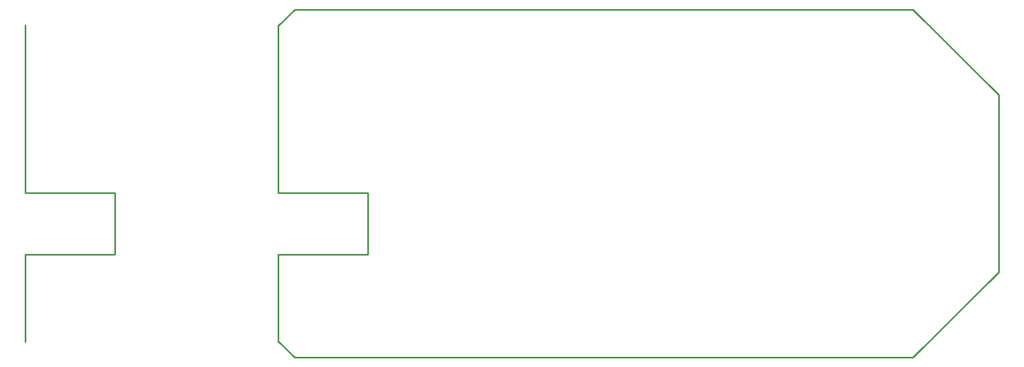
<source format=gko>
%FSLAX25Y25*%
%MOIN*%
G70*
G01*
G75*
G04 Layer_Color=16711935*
%ADD10R,0.16535X0.05315*%
%ADD11R,0.14173X0.05000*%
G04:AMPARAMS|DCode=12|XSize=14.96mil|YSize=55.12mil|CornerRadius=3.74mil|HoleSize=0mil|Usage=FLASHONLY|Rotation=270.000|XOffset=0mil|YOffset=0mil|HoleType=Round|Shape=RoundedRectangle|*
%AMROUNDEDRECTD12*
21,1,0.01496,0.04764,0,0,270.0*
21,1,0.00748,0.05512,0,0,270.0*
1,1,0.00748,-0.02382,-0.00374*
1,1,0.00748,-0.02382,0.00374*
1,1,0.00748,0.02382,0.00374*
1,1,0.00748,0.02382,-0.00374*
%
%ADD12ROUNDEDRECTD12*%
%ADD13R,0.04331X0.06693*%
%ADD14R,0.39370X0.27559*%
%ADD15R,0.03543X0.02756*%
%ADD16R,0.11811X0.04567*%
%ADD17R,0.11811X0.07874*%
%ADD18R,0.20000X0.15000*%
%ADD19C,0.01000*%
%ADD20C,0.01969*%
%ADD21C,0.05906*%
%ADD22R,0.05906X0.05906*%
%ADD23R,0.09843X0.09843*%
%ADD24R,0.05906X0.05906*%
%ADD25C,0.06000*%
%ADD26O,0.07874X0.15748*%
%ADD27O,0.15748X0.07874*%
%ADD28O,0.08661X0.17323*%
%ADD29C,0.02000*%
%ADD30C,0.00787*%
%ADD31C,0.00900*%
%ADD32C,0.00591*%
%ADD33C,0.00200*%
%ADD34C,0.01500*%
%ADD35C,0.00700*%
%ADD36C,0.00500*%
%ADD37C,0.01181*%
%ADD38R,0.17335X0.06115*%
%ADD39R,0.14973X0.05800*%
G04:AMPARAMS|DCode=40|XSize=22.96mil|YSize=63.12mil|CornerRadius=7.74mil|HoleSize=0mil|Usage=FLASHONLY|Rotation=270.000|XOffset=0mil|YOffset=0mil|HoleType=Round|Shape=RoundedRectangle|*
%AMROUNDEDRECTD40*
21,1,0.02296,0.04764,0,0,270.0*
21,1,0.00748,0.06312,0,0,270.0*
1,1,0.01548,-0.02382,-0.00374*
1,1,0.01548,-0.02382,0.00374*
1,1,0.01548,0.02382,0.00374*
1,1,0.01548,0.02382,-0.00374*
%
%ADD40ROUNDEDRECTD40*%
%ADD41R,0.05131X0.07493*%
%ADD42R,0.40170X0.28359*%
%ADD43R,0.04343X0.03556*%
%ADD44R,0.12611X0.05367*%
%ADD45R,0.12611X0.08674*%
%ADD46R,0.20800X0.15800*%
%ADD47C,0.06706*%
%ADD48R,0.06706X0.06706*%
%ADD49R,0.10642X0.10642*%
%ADD50R,0.06706X0.06706*%
%ADD51C,0.06800*%
%ADD52O,0.08674X0.16548*%
%ADD53O,0.16548X0.08674*%
%ADD54O,0.09461X0.18123*%
D19*
X9917Y75D02*
X393776D01*
X9917Y216610D02*
X393776D01*
X75Y206768D02*
X9917Y216610D01*
X75Y9917D02*
X9917Y75D01*
X55137Y64039D02*
Y102424D01*
X-427Y64039D02*
X55137D01*
X-427Y102424D02*
X55137D01*
X-427Y9917D02*
Y64039D01*
X-427Y102424D02*
Y206768D01*
X-101842Y64039D02*
Y102424D01*
X-157405Y64039D02*
X-101842D01*
X-157405Y102424D02*
X-101842D01*
X-157405Y9917D02*
Y64039D01*
X-157405Y102424D02*
Y206768D01*
X393776Y75D02*
X446925Y53224D01*
X393776Y216610D02*
X446925Y163461D01*
Y53224D02*
Y163461D01*
M02*

</source>
